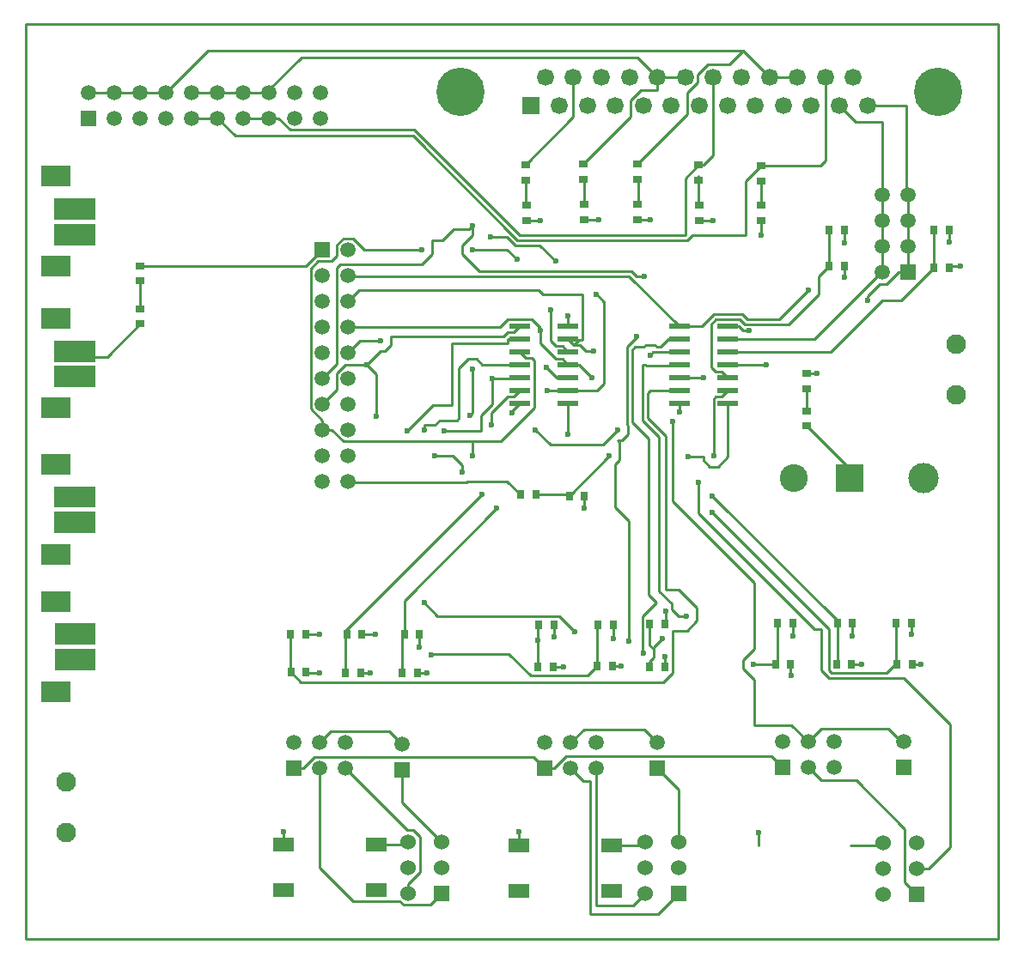
<source format=gtl>
G04*
G04 #@! TF.GenerationSoftware,Altium Limited,Altium Designer,18.1.9 (240)*
G04*
G04 Layer_Physical_Order=1*
G04 Layer_Color=255*
%FSLAX44Y44*%
%MOMM*%
G71*
G01*
G75*
%ADD14C,0.2540*%
%ADD20R,0.9000X0.7000*%
%ADD21R,1.6000X0.8000*%
%ADD22R,3.0000X2.1000*%
%ADD23R,0.7000X0.9000*%
%ADD24R,2.0574X0.6096*%
%ADD25R,2.1000X1.4000*%
%ADD41C,3.0000*%
%ADD42C,2.7500*%
%ADD43R,2.7500X2.7500*%
%ADD44C,1.6900*%
%ADD45R,1.6900X1.6900*%
%ADD46C,4.7600*%
%ADD47R,1.5000X1.5000*%
%ADD48C,1.5000*%
%ADD49C,1.5240*%
%ADD50R,1.5240X1.5240*%
%ADD51R,1.5000X1.5000*%
%ADD52C,1.9500*%
%ADD53C,0.6000*%
G36*
X69000Y265000D02*
X28629D01*
Y286000D01*
X69000D01*
Y265000D01*
D02*
G37*
G36*
Y290000D02*
X28629D01*
Y311000D01*
X69000D01*
Y290000D01*
D02*
G37*
G36*
X68492Y400382D02*
X28121D01*
Y421382D01*
X68492D01*
Y400382D01*
D02*
G37*
G36*
Y425382D02*
X28121D01*
Y446382D01*
X68492D01*
Y425382D01*
D02*
G37*
G36*
Y544146D02*
X28121D01*
Y565146D01*
X68492D01*
Y544146D01*
D02*
G37*
G36*
Y569146D02*
X28121D01*
Y590146D01*
X68492D01*
Y569146D01*
D02*
G37*
G36*
Y684232D02*
X28121D01*
Y705232D01*
X68492D01*
Y684232D01*
D02*
G37*
G36*
Y709232D02*
X28121D01*
Y730232D01*
X68492D01*
Y709232D01*
D02*
G37*
D14*
X812546Y453136D02*
Y463314D01*
X770000Y505860D02*
X812546Y463314D01*
X770000Y541146D02*
X770890Y542036D01*
X770000Y520860D02*
Y541146D01*
X677903Y476227D02*
Y532526D01*
Y476097D02*
Y476227D01*
X717000Y270500D02*
X739000D01*
X676910Y437090D02*
X800000Y314000D01*
X676262Y420738D02*
X791690Y305310D01*
X676280Y421000D02*
X676402Y420878D01*
X663000Y419632D02*
Y450282D01*
X652522Y476000D02*
X667743D01*
X643322Y318000D02*
X651000D01*
Y318006D01*
X651248Y318000D02*
X651256Y318008D01*
X608618Y281642D02*
Y281652D01*
X535695Y437000D02*
X574792Y476097D01*
X574548Y476250D02*
X574701Y476097D01*
X504500Y293878D02*
Y309000D01*
Y293878D02*
X504698Y294076D01*
X911444Y663194D02*
X921258D01*
X910000Y661750D02*
X911444Y663194D01*
X624320Y342996D02*
X636476Y330840D01*
Y324846D02*
Y330840D01*
Y324846D02*
X643322Y318000D01*
X630682Y311432D02*
Y322834D01*
X630000Y310750D02*
X630682Y311432D01*
X706882Y599948D02*
X712978D01*
X702730Y604100D02*
X706882Y599948D01*
X692000Y591400D02*
X777032D01*
X843032Y657400D01*
X562744Y635547D02*
X570160Y628131D01*
X630924Y344424D02*
X643760D01*
X630500Y344000D02*
X630924Y344424D01*
X643760Y344240D02*
Y344424D01*
Y344240D02*
X661160Y326840D01*
X607690Y282570D02*
Y318201D01*
X584952Y471889D02*
Y490262D01*
X580672Y467609D02*
X584952Y471889D01*
X583374Y491840D02*
X584952Y490262D01*
X504500Y268525D02*
Y293878D01*
X276768Y262382D02*
X289806D01*
X276400Y262750D02*
X276768Y262382D01*
X550695Y425173D02*
Y437000D01*
X630000Y268000D02*
Y278718D01*
X578000Y268868D02*
X586876D01*
X520025Y268000D02*
X530068D01*
X388150Y287998D02*
Y300000D01*
X331400Y300000D02*
X344678D01*
X275900Y300000D02*
X289806D01*
X386110Y262000D02*
X395096D01*
X330030Y262000D02*
X339980D01*
X254197Y93000D02*
Y105353D01*
X486300Y92500D02*
Y105554D01*
X722044Y92500D02*
Y105145D01*
X873500Y271000D02*
X882378D01*
X814000Y270500D02*
X823732D01*
X754000Y260222D02*
X754126Y260096D01*
X754000Y260222D02*
Y270500D01*
X872980Y299992D02*
Y311000D01*
X814832Y298958D02*
X815000Y299126D01*
Y311000D01*
X756000Y298862D02*
Y311000D01*
X579000Y296418D02*
Y310000D01*
X520500Y297996D02*
Y310000D01*
X692000Y604100D02*
X702730D01*
X534701D02*
Y614203D01*
X493380Y708500D02*
X506890D01*
X550170Y709195D02*
X564455D01*
X602855Y709500D02*
X615774D01*
X664305Y708500D02*
X677258D01*
X724992Y694004D02*
Y708500D01*
X910000Y687242D02*
Y699303D01*
X806632Y686562D02*
Y699302D01*
Y652454D02*
Y663750D01*
X643994Y519280D02*
Y527900D01*
X770000Y557508D02*
X780034D01*
X479044Y518668D02*
Y520249D01*
X486695Y527900D01*
X59000Y574080D02*
X80498D01*
X693260Y862260D02*
X706970Y875970D01*
X672617Y862260D02*
X693260D01*
X662370Y852013D02*
X672617Y862260D01*
X662370Y844922D02*
Y852013D01*
X651655Y834207D02*
X662370Y844922D01*
X651655Y813177D02*
Y834207D01*
X602855Y764378D02*
X651655Y813177D01*
X622500Y836878D02*
Y850000D01*
X606634Y836878D02*
X622500D01*
X596435Y826678D02*
X606634Y836878D01*
X596435Y810813D02*
Y826678D01*
X550000Y764378D02*
X596435Y810813D01*
X539670Y810593D02*
Y850000D01*
X492455Y763378D02*
X539670Y810593D01*
X336307Y566000D02*
X345197Y557110D01*
Y515015D02*
Y557110D01*
X430000Y460000D02*
Y466961D01*
X440000Y476600D02*
Y490690D01*
X692154Y566154D02*
X730000D01*
X637500Y304000D02*
X651750D01*
X637500Y262112D02*
Y304000D01*
X618778Y287570D02*
X627250Y296042D01*
X525578Y318310D02*
X540900Y302988D01*
X440000Y518432D02*
X440000Y518432D01*
X319067Y449840D02*
X434209D01*
X317708Y451200D02*
X319067Y449840D01*
X435568Y451200D02*
X474495D01*
X434209Y449840D02*
X435568Y451200D01*
X427184Y513371D02*
Y563133D01*
X425048Y511235D02*
X427184Y513371D01*
X407815Y511235D02*
X425048D01*
X420000Y526409D02*
Y587524D01*
X401234Y526409D02*
X420000D01*
X437872Y516304D02*
X440000Y518432D01*
X448925Y516037D02*
X460000Y527112D01*
X448925Y501075D02*
Y516037D01*
X375900Y501075D02*
X401234Y526409D01*
X392650Y502000D02*
Y506915D01*
X313023Y490690D02*
X440000D01*
X440000Y518432D02*
Y561580D01*
X449948Y566000D02*
X486695D01*
X444208Y571740D02*
X449948Y566000D01*
X435791Y571740D02*
X444208D01*
X427184Y563133D02*
X435791Y571740D01*
X460000Y552800D02*
X486195D01*
X460000Y527112D02*
Y552800D01*
X459085Y506915D02*
Y519013D01*
X468208Y490690D02*
X501226Y523708D01*
X440000Y490690D02*
X468208D01*
X412024Y501075D02*
X448925D01*
X420521Y476440D02*
X430000Y466961D01*
X403495Y476440D02*
X420521D01*
X301713Y502000D02*
X313023Y490690D01*
X403495Y506915D02*
X407815Y511235D01*
X392650Y506915D02*
X403495D01*
X400000Y280000D02*
X401234Y281234D01*
X476171D01*
X848650Y262190D02*
X857980Y271520D01*
X568716Y487216D02*
X583500Y502000D01*
X502476D02*
X517260Y487216D01*
X534701Y497376D02*
Y527900D01*
X517260Y487216D02*
X568716D01*
X513001Y563896D02*
X523597Y553300D01*
X534701D01*
X513873Y540600D02*
X534701D01*
X501226Y523708D02*
Y570192D01*
X517249Y604314D02*
Y620000D01*
Y604314D02*
X517355Y604208D01*
Y590023D02*
Y604208D01*
Y590023D02*
X522836Y584542D01*
X528859D01*
X534701Y578700D01*
X328708Y640000D02*
X505668D01*
X317708Y629000D02*
X328708Y640000D01*
X505668D02*
X509990Y635678D01*
X562744Y540600D02*
X570160Y548016D01*
Y628131D01*
X534701Y566000D02*
X545245D01*
X557945Y553300D01*
X637250Y510000D02*
X637500Y509750D01*
Y431445D02*
Y509750D01*
Y431445D02*
X718000Y350945D01*
X607935Y511225D02*
Y565935D01*
Y511225D02*
X624080Y495080D01*
X597775Y509278D02*
X613920Y493133D01*
X593660Y497792D02*
Y506208D01*
X592695Y507173D02*
X593660Y506208D01*
X615600Y540600D02*
X643994D01*
X583374Y491840D02*
X587708D01*
X613015Y538015D02*
X615600Y540600D01*
X613015Y513329D02*
Y538015D01*
X624320Y342996D02*
Y494738D01*
X607690Y318201D02*
X621218Y331729D01*
X613920Y339027D02*
X621218Y331729D01*
X613920Y339027D02*
Y493133D01*
X718000Y285868D02*
Y350945D01*
X624080Y494978D02*
Y495080D01*
Y494978D02*
X624320Y494738D01*
X706840Y274708D02*
X718000Y285868D01*
X706840Y266292D02*
Y274708D01*
Y266292D02*
X718000Y255132D01*
Y211000D02*
Y255132D01*
X592695Y584207D02*
X602857Y594368D01*
X429840Y675592D02*
X447102Y658330D01*
X602028Y653250D02*
X610000D01*
X596948Y658330D02*
X602028Y653250D01*
X317708Y654400D02*
X318858Y653250D01*
X594844D02*
X643994Y604100D01*
X540543Y585558D02*
X545551Y590566D01*
X548798D02*
Y635678D01*
X509990D02*
X548798D01*
X506411Y684334D02*
X522255Y668490D01*
X484586Y689414D02*
X652104D01*
X486800Y694494D02*
X650000D01*
X447102Y658330D02*
X596948D01*
X318858Y653250D02*
X594844D01*
X458505Y692500D02*
X474316D01*
X381600Y792400D02*
X484586Y689414D01*
X383004Y798290D02*
X486800Y694494D01*
X482482Y684334D02*
X506411D01*
X474316Y692500D02*
X482482Y684334D01*
X206400Y792400D02*
X381600D01*
X260715Y798290D02*
X383004D01*
X429840Y675592D02*
Y684008D01*
X440000Y694168D01*
Y703000D01*
X618508Y578700D02*
X643994D01*
X615600Y575792D02*
X618508Y578700D01*
X611392Y585952D02*
X619808D01*
X621980Y583780D01*
X611392Y565632D02*
X643626D01*
X611023Y566000D02*
X611392Y565632D01*
X608000Y566000D02*
X611023D01*
X607935Y565935D02*
X608000Y566000D01*
X609220Y583780D02*
X611392Y585952D01*
X643626Y565632D02*
X643994Y566000D01*
X600751Y583780D02*
X609220D01*
X621980D02*
X625780D01*
X602025Y594368D02*
X602857D01*
X592695Y507173D02*
Y584207D01*
X587708Y491840D02*
X593660Y497792D01*
X597775Y509278D02*
Y580804D01*
X580672Y425959D02*
Y467609D01*
Y425959D02*
X594750Y411882D01*
Y294000D02*
Y411882D01*
X440000Y490690D02*
X440000Y490690D01*
X553821Y259690D02*
X563000Y268868D01*
X497715Y259690D02*
X553821D01*
X618778Y285850D02*
Y287570D01*
X476171Y281234D02*
X497715Y259690D01*
X406069Y318310D02*
X525578D01*
X392650Y331729D02*
X406069Y318310D01*
X360000Y594368D02*
X470940D01*
X475156Y587524D02*
Y591400D01*
X420000Y587524D02*
X475156D01*
Y591400D02*
X486695D01*
X373150Y333622D02*
X464000Y424472D01*
X373150Y300000D02*
Y333622D01*
X533015Y179910D02*
X735090D01*
X521105Y168000D02*
X533015Y179910D01*
X735090D02*
X746000Y169000D01*
X511700Y168000D02*
X521105D01*
X500390Y179310D02*
X511700Y168000D01*
X284615Y179310D02*
X500390D01*
X273305Y168000D02*
X284615Y179310D01*
X263900Y168000D02*
X273305D01*
X315030Y262000D02*
Y303433D01*
X480853Y534758D02*
X486695Y540600D01*
X474830Y534758D02*
X480853D01*
X459085Y519013D02*
X474830Y534758D01*
X470940Y594368D02*
X474830Y598258D01*
X480853D01*
X449598Y438000D02*
X450000D01*
X315030Y303433D02*
X449598Y438000D01*
X474495Y451200D02*
X487695Y438000D01*
X609800Y206700D02*
X622500Y194000D01*
X550600Y206700D02*
X609800D01*
X537300Y193400D02*
X550600Y206700D01*
X537100Y193400D02*
X537300D01*
X261400Y262750D02*
X271140Y253010D01*
X628398D01*
X637500Y262112D01*
X651750Y304000D02*
X660684Y312934D01*
Y313316D01*
X661160Y313792D01*
Y326840D01*
X371110Y262000D02*
Y297960D01*
X373150Y300000D01*
X260900Y263250D02*
X261400Y262750D01*
X260900Y263250D02*
Y300000D01*
X358240Y204710D02*
X371300Y191650D01*
X300610Y204710D02*
X358240D01*
X289300Y193400D02*
X300610Y204710D01*
X371300Y134600D02*
X410000Y95900D01*
X371300Y134600D02*
Y166250D01*
X314700Y168000D02*
X315040D01*
X375710Y107330D01*
X381715D01*
X388410Y100634D01*
Y65766D02*
Y100634D01*
X376980Y54336D02*
X388410Y65766D01*
X376980Y45100D02*
Y54336D01*
X398570Y33670D02*
X410000Y45100D01*
X372245Y33670D02*
X398570D01*
X368726Y37190D02*
X372245Y33670D01*
X322507Y37190D02*
X368726D01*
X289300Y70397D02*
X322507Y37190D01*
X289300Y70397D02*
Y168000D01*
X345197Y93000D02*
X374080D01*
X376980Y95900D01*
X643994Y553300D02*
X668124D01*
X317708Y603600D02*
X467472D01*
X480853Y598258D02*
X486695Y604100D01*
X360000Y594368D02*
X360160Y594208D01*
Y585792D02*
Y594208D01*
X354208Y579840D02*
X360160Y585792D01*
X350148Y579840D02*
X354208D01*
X336307Y566000D02*
X350148Y579840D01*
X314913Y566000D02*
X336307D01*
X306398Y557485D02*
X314913Y566000D01*
X306398Y541490D02*
Y557485D01*
X292308Y527400D02*
X306398Y541490D01*
X467472Y603600D02*
X474830Y610958D01*
X306398Y566890D02*
Y662299D01*
X292308Y552800D02*
X306398Y566890D01*
X280998Y522715D02*
Y661306D01*
Y522715D02*
X292308Y511405D01*
X280998Y661306D02*
X288182Y668490D01*
X309808Y665710D02*
X390278D01*
X400160Y675592D01*
X411098Y689105D02*
X422154Y700160D01*
X400160Y689105D02*
X411098D01*
X422154Y700160D02*
X437160D01*
X534701Y540600D02*
X562744D01*
X437160Y700160D02*
X440000Y703000D01*
X400160Y675592D02*
Y689105D01*
X306398Y662299D02*
X309808Y665710D01*
X322792Y691110D02*
X334102Y679800D01*
X313023Y691110D02*
X322792D01*
X306398Y673502D02*
Y684485D01*
X301386Y668490D02*
X306398Y673502D01*
X288182Y668490D02*
X301386D01*
X306398Y684485D02*
X313023Y691110D01*
X474200Y679800D02*
X484000Y670000D01*
X440000Y679800D02*
X474200D01*
X486195Y552800D02*
X486695Y553300D01*
X334102Y679800D02*
X390000D01*
X498560Y572858D02*
X501226Y570192D01*
X486695Y578700D02*
X492537Y572858D01*
X498560D01*
X292308Y502000D02*
X301713D01*
X329507Y590000D02*
X350000D01*
X317708Y578200D02*
X329507Y590000D01*
X507195Y600000D02*
Y602323D01*
X498560Y610958D02*
X507195Y602323D01*
X474830Y610958D02*
X498560D01*
X545551Y590566D02*
X548798D01*
X507195Y587483D02*
Y600000D01*
X292308Y502000D02*
Y511405D01*
X534701Y591400D02*
X540543Y585558D01*
X546566D01*
X552124Y580000D01*
X560000D01*
X528859Y571842D02*
X534701Y566000D01*
X522836Y571842D02*
X528859D01*
X507195Y587483D02*
X522836Y571842D01*
X171092Y664000D02*
X171092Y664000D01*
X113000Y664000D02*
X171092D01*
X276507Y664000D02*
X292308Y679800D01*
X171092Y664000D02*
X276507D01*
X844368Y630000D02*
X863250D01*
X793068Y578700D02*
X844368Y630000D01*
X692000Y578700D02*
X793068D01*
X692000Y566000D02*
X692154Y566154D01*
X830000Y630000D02*
Y634310D01*
X843032Y657400D02*
X844000D01*
X830000Y634310D02*
X841780Y646090D01*
X781560Y653679D02*
X791632Y663750D01*
X781560Y635792D02*
Y653679D01*
X751646Y605878D02*
X781560Y635792D01*
X708945Y605878D02*
X751646D01*
X703865Y610958D02*
X708945Y605878D01*
X680135Y610958D02*
X703865D01*
X675381Y606204D02*
X680135Y610958D01*
X675381Y563896D02*
Y606204D01*
X666093Y604100D02*
X678031Y616038D01*
X643994Y604100D02*
X666093D01*
X711049Y610958D02*
X742358D01*
X705969Y616038D02*
X711049Y610958D01*
X678031Y616038D02*
X705969D01*
X675381Y563896D02*
X680135Y559142D01*
X686158D01*
X692000Y553300D01*
X848685Y646090D02*
X859995Y657400D01*
X869400D01*
X841780Y646090D02*
X848685D01*
X863250Y630000D02*
X895000Y661750D01*
X742358Y610958D02*
X771400Y640000D01*
X652104Y689414D02*
X657184Y694494D01*
X710000D01*
Y747385D01*
X189200Y809600D02*
X206400Y792400D01*
X163800Y809600D02*
X189200D01*
X710000Y747385D02*
X724992Y762377D01*
X650000Y694494D02*
Y750378D01*
X663000Y763378D01*
X724992Y762377D02*
X782882D01*
X788160Y767656D01*
Y850000D01*
X663000Y763378D02*
X668500D01*
X677720Y772598D01*
Y850000D01*
X240000Y837979D02*
X271664Y869643D01*
X240000Y835000D02*
Y837979D01*
X271664Y869643D02*
X602857D01*
X163800Y835000D02*
X189200D01*
X214600D01*
X240000D01*
X602857Y869643D02*
X622500Y850000D01*
X650110D01*
X179370Y875970D02*
X706970D01*
X138400Y835000D02*
X179370Y875970D01*
X706970D02*
X732940Y850000D01*
X240000Y809600D02*
X249405D01*
X260715Y798290D01*
X214600Y809600D02*
X240000D01*
X113000Y835000D02*
X138400D01*
X87600D02*
X113000D01*
X62200D02*
X87600D01*
X80498Y574080D02*
X112998Y606580D01*
Y648998D02*
X113000Y649000D01*
X112998Y621580D02*
Y648998D01*
X732940Y850000D02*
X760550D01*
X791632Y663750D02*
Y699302D01*
X895000Y661750D02*
Y699303D01*
X869400Y657400D02*
Y682800D01*
Y708200D01*
Y733600D01*
X844000Y657400D02*
Y682800D01*
Y708200D01*
Y733600D01*
X844455Y734055D01*
Y805800D01*
X817765D02*
X844455D01*
X801965Y821600D02*
X817765Y805800D01*
X867800Y735200D02*
X869400Y733600D01*
X867800Y735200D02*
Y821600D01*
X829575D02*
X867800D01*
X550170Y724449D02*
Y749300D01*
X563000Y268868D02*
Y309000D01*
X603363Y725262D02*
Y748030D01*
X724992Y723500D02*
Y747377D01*
X818450Y156300D02*
X866417Y108333D01*
Y55530D02*
Y108333D01*
X877847Y69500D02*
X890010D01*
X866417Y55530D02*
X877847Y44100D01*
X842427Y92500D02*
X844827Y94900D01*
X813044Y92500D02*
X842427D01*
X623608Y24448D02*
X643760Y44600D01*
X556422Y24448D02*
X623608D01*
X556422D02*
Y155300D01*
X549800D02*
X556422D01*
X537100Y168000D02*
X549800Y155300D01*
X599035Y32894D02*
X610740Y44600D01*
X562355Y32894D02*
X599035D01*
X562355D02*
Y167855D01*
X562500Y168000D01*
X643760Y95400D02*
Y147340D01*
X622500Y168600D02*
X643760Y147340D01*
X576665Y92500D02*
X607840D01*
X610740Y95400D01*
X771400Y169000D02*
X784100Y156300D01*
X818450D01*
X890010Y69500D02*
X911000Y90490D01*
Y211401D01*
X865290Y257110D02*
X911000Y211401D01*
X791818Y257110D02*
X865290D01*
X784506Y264422D02*
X791818Y257110D01*
X784506Y264422D02*
Y305310D01*
X777322D02*
X784506D01*
X663000Y419632D02*
X777322Y305310D01*
X663000Y724805D02*
Y752195D01*
Y724805D02*
X664305Y723500D01*
X504500Y309000D02*
X505500Y310000D01*
X504500Y268525D02*
X505025Y268000D01*
X754800Y211000D02*
X771400Y194400D01*
X718000Y211000D02*
X754800D01*
X793922Y262190D02*
X848650D01*
X791690Y264422D02*
X793922Y262190D01*
X791690Y264422D02*
Y305310D01*
X630500Y344000D02*
Y495844D01*
X613015Y513329D02*
X630500Y495844D01*
X800000Y311000D02*
Y314000D01*
X739000Y270500D02*
X741000Y272500D01*
X618778Y277434D02*
Y285850D01*
X615000Y273656D02*
X618778Y277434D01*
X615000Y268000D02*
Y273656D01*
Y289628D02*
Y310750D01*
Y289628D02*
X618778Y285850D01*
X597775Y580804D02*
X600751Y583780D01*
X625780D02*
X633400Y591400D01*
X643994D01*
X667743Y471889D02*
Y476000D01*
Y471889D02*
X673792Y465840D01*
X692000Y475632D02*
Y527900D01*
X682208Y465840D02*
X692000Y475632D01*
X673792Y465840D02*
X682208D01*
X677903Y476097D02*
X678000Y476000D01*
X686158Y534758D02*
X692000Y540600D01*
X680135Y534758D02*
X686158D01*
X677903Y532526D02*
X680135Y534758D01*
X850200Y207000D02*
X862800Y194400D01*
X784000Y207000D02*
X850200D01*
X771400Y194400D02*
X784000Y207000D01*
X862800Y194400D02*
X865000D01*
X741000Y272500D02*
Y311000D01*
X799000Y270500D02*
X800000Y271500D01*
Y311000D01*
X857980Y271520D02*
Y311000D01*
X534695Y438000D02*
X535695Y437000D01*
X502695Y438000D02*
X534695D01*
X492455Y724425D02*
X493380Y723500D01*
X492455Y724425D02*
Y748378D01*
X0Y0D02*
Y902292D01*
X958596D01*
X958596Y0D01*
X0D02*
X958596D01*
D20*
X770000Y542508D02*
D03*
Y557508D02*
D03*
X113000Y649000D02*
D03*
Y664000D02*
D03*
X770000Y520860D02*
D03*
Y505860D02*
D03*
X112998Y621580D02*
D03*
Y606580D02*
D03*
X724992Y708500D02*
D03*
Y723500D02*
D03*
Y762377D02*
D03*
Y747377D02*
D03*
X602855Y764378D02*
D03*
Y749378D02*
D03*
X663000Y763378D02*
D03*
Y748378D02*
D03*
X550000Y764378D02*
D03*
Y749378D02*
D03*
X492455Y763378D02*
D03*
Y748378D02*
D03*
X602855Y709500D02*
D03*
Y724500D02*
D03*
X664305Y708500D02*
D03*
Y723500D02*
D03*
X550170Y709195D02*
D03*
Y724195D02*
D03*
X493380Y708500D02*
D03*
Y723500D02*
D03*
D21*
X59000Y701950D02*
D03*
Y689450D02*
D03*
Y714450D02*
D03*
Y726950D02*
D03*
Y586580D02*
D03*
Y574080D02*
D03*
Y549080D02*
D03*
Y561580D02*
D03*
Y442500D02*
D03*
Y430000D02*
D03*
Y405000D02*
D03*
Y417500D02*
D03*
Y306642D02*
D03*
Y294142D02*
D03*
Y269142D02*
D03*
Y281642D02*
D03*
D22*
X30000Y752450D02*
D03*
Y663950D02*
D03*
Y523580D02*
D03*
Y612080D02*
D03*
Y379500D02*
D03*
Y468000D02*
D03*
Y243642D02*
D03*
Y332142D02*
D03*
D23*
X316400Y300000D02*
D03*
X331400D02*
D03*
X315030Y262000D02*
D03*
X330030D02*
D03*
X564000Y310000D02*
D03*
X579000D02*
D03*
X505500Y310000D02*
D03*
X520500D02*
D03*
X371110Y262000D02*
D03*
X386110D02*
D03*
X741000Y311000D02*
D03*
X756000D02*
D03*
X563000Y268868D02*
D03*
X578000D02*
D03*
X276400Y262750D02*
D03*
X261400D02*
D03*
X487695Y438000D02*
D03*
X502695D02*
D03*
X873500Y271000D02*
D03*
X858500D02*
D03*
X520025Y268000D02*
D03*
X505025D02*
D03*
X806632Y663750D02*
D03*
X791632D02*
D03*
X814000Y270500D02*
D03*
X799000D02*
D03*
X754000Y270500D02*
D03*
X739000D02*
D03*
X910000Y661750D02*
D03*
X895000D02*
D03*
X630000Y268000D02*
D03*
X615000D02*
D03*
X388150Y300000D02*
D03*
X373150D02*
D03*
X872980Y311000D02*
D03*
X857980D02*
D03*
X815000D02*
D03*
X800000D02*
D03*
X630000Y310750D02*
D03*
X615000D02*
D03*
X275900Y300000D02*
D03*
X260900D02*
D03*
X550695Y437000D02*
D03*
X535695D02*
D03*
X806632Y699302D02*
D03*
X791632D02*
D03*
X910000Y699303D02*
D03*
X895000D02*
D03*
D24*
X486695Y604100D02*
D03*
Y591400D02*
D03*
Y578700D02*
D03*
Y566000D02*
D03*
Y553300D02*
D03*
Y540600D02*
D03*
Y527900D02*
D03*
X534701D02*
D03*
Y540600D02*
D03*
Y553300D02*
D03*
Y566000D02*
D03*
Y578700D02*
D03*
Y591400D02*
D03*
Y604100D02*
D03*
X643994D02*
D03*
Y591400D02*
D03*
Y578700D02*
D03*
Y566000D02*
D03*
Y553300D02*
D03*
Y540600D02*
D03*
Y527900D02*
D03*
X692000D02*
D03*
Y540600D02*
D03*
Y553300D02*
D03*
Y566000D02*
D03*
Y578700D02*
D03*
Y591400D02*
D03*
Y604100D02*
D03*
D25*
X345197Y48000D02*
D03*
Y93000D02*
D03*
X254197Y48000D02*
D03*
Y93000D02*
D03*
X577300Y47500D02*
D03*
Y92500D02*
D03*
X486300Y47500D02*
D03*
Y92500D02*
D03*
D41*
X884778Y454502D02*
D03*
D42*
X756778D02*
D03*
D43*
X811778D02*
D03*
D44*
X829575Y821600D02*
D03*
X815770Y850000D02*
D03*
X801965Y821600D02*
D03*
X788160Y850000D02*
D03*
X774355Y821600D02*
D03*
X760550Y850000D02*
D03*
X746745Y821600D02*
D03*
X732940Y850000D02*
D03*
X719135Y821600D02*
D03*
X705330Y850000D02*
D03*
X691525Y821600D02*
D03*
X677720Y850000D02*
D03*
X663915Y821600D02*
D03*
X650110Y850000D02*
D03*
X636305Y821600D02*
D03*
X622500Y850000D02*
D03*
X608695Y821600D02*
D03*
X594890Y850000D02*
D03*
X581085Y821600D02*
D03*
X567280Y850000D02*
D03*
X553475Y821600D02*
D03*
X539670Y850000D02*
D03*
X525865Y821600D02*
D03*
X512060Y850000D02*
D03*
D45*
X498255Y821600D02*
D03*
D46*
X428655Y835800D02*
D03*
X899175D02*
D03*
D47*
X292308Y679800D02*
D03*
X371300Y166250D02*
D03*
X622500Y168600D02*
D03*
X869400Y657400D02*
D03*
X865000Y169000D02*
D03*
D48*
X292308Y654400D02*
D03*
Y629000D02*
D03*
Y603600D02*
D03*
Y578200D02*
D03*
Y552800D02*
D03*
Y527400D02*
D03*
Y502000D02*
D03*
Y476600D02*
D03*
Y451200D02*
D03*
X317708Y679800D02*
D03*
Y654400D02*
D03*
Y629000D02*
D03*
Y603600D02*
D03*
Y578200D02*
D03*
Y552800D02*
D03*
Y527400D02*
D03*
Y502000D02*
D03*
Y476600D02*
D03*
Y451200D02*
D03*
X371300Y191650D02*
D03*
X796800Y194400D02*
D03*
Y169000D02*
D03*
X771400Y194400D02*
D03*
Y169000D02*
D03*
X746000Y194400D02*
D03*
X290800Y835000D02*
D03*
X265400D02*
D03*
X240000D02*
D03*
X214600D02*
D03*
X189200D02*
D03*
X163800D02*
D03*
X138400D02*
D03*
X113000D02*
D03*
X87600D02*
D03*
X62200D02*
D03*
X290800Y809600D02*
D03*
X265400D02*
D03*
X240000D02*
D03*
X214600D02*
D03*
X189200D02*
D03*
X163800D02*
D03*
X138400D02*
D03*
X113000D02*
D03*
X87600D02*
D03*
X263900Y193400D02*
D03*
X289300Y168000D02*
D03*
Y193400D02*
D03*
X314700Y168000D02*
D03*
Y193400D02*
D03*
X511700D02*
D03*
X537100Y168000D02*
D03*
Y193400D02*
D03*
X562500Y168000D02*
D03*
Y193400D02*
D03*
X622500Y194000D02*
D03*
X869400Y682800D02*
D03*
Y708200D02*
D03*
Y733600D02*
D03*
X844000Y657400D02*
D03*
Y682800D02*
D03*
Y708200D02*
D03*
Y733600D02*
D03*
X865000Y194400D02*
D03*
D49*
X610740Y95400D02*
D03*
Y70000D02*
D03*
Y44600D02*
D03*
X643760Y95400D02*
D03*
Y70000D02*
D03*
X376980Y95900D02*
D03*
Y70500D02*
D03*
Y45100D02*
D03*
X410000Y95900D02*
D03*
Y70500D02*
D03*
X877847Y69500D02*
D03*
Y94900D02*
D03*
X844827Y44100D02*
D03*
Y69500D02*
D03*
Y94900D02*
D03*
D50*
X643760Y44600D02*
D03*
X410000Y45100D02*
D03*
X877847Y44100D02*
D03*
D51*
X746000Y169000D02*
D03*
X62200Y809600D02*
D03*
X263900Y168000D02*
D03*
X511700D02*
D03*
D52*
X40000Y105000D02*
D03*
Y155000D02*
D03*
X917250Y586580D02*
D03*
Y536580D02*
D03*
D53*
X677903Y476227D02*
D03*
X717000Y270722D02*
D03*
X676910Y437090D02*
D03*
X676280Y421000D02*
D03*
X663000Y450282D02*
D03*
X652522Y476000D02*
D03*
X651000Y318006D02*
D03*
X608618Y281652D02*
D03*
X574701Y476097D02*
D03*
X504698Y294076D02*
D03*
X921258Y663194D02*
D03*
X630682Y322834D02*
D03*
X712978Y599948D02*
D03*
X289806Y262382D02*
D03*
X550695Y425173D02*
D03*
X630000Y278718D02*
D03*
X586876Y268868D02*
D03*
X530068Y268000D02*
D03*
X388150Y287998D02*
D03*
X344678Y300000D02*
D03*
X289806Y300000D02*
D03*
X395096Y262000D02*
D03*
X339980Y262000D02*
D03*
X254197Y105353D02*
D03*
X486300Y105554D02*
D03*
X722044Y105145D02*
D03*
X882378Y271000D02*
D03*
X823732Y270500D02*
D03*
X754126Y260096D02*
D03*
X872980Y299992D02*
D03*
X814832Y298958D02*
D03*
X756000Y298862D02*
D03*
X579000Y296418D02*
D03*
X520500Y297996D02*
D03*
X534701Y614203D02*
D03*
X506890Y708500D02*
D03*
X564455Y709195D02*
D03*
X615774Y709500D02*
D03*
X677258Y708500D02*
D03*
X724992Y694004D02*
D03*
X910000Y687242D02*
D03*
X806632Y686562D02*
D03*
Y652454D02*
D03*
X643994Y519280D02*
D03*
X780034Y557508D02*
D03*
X479044Y518668D02*
D03*
X40132Y405384D02*
D03*
Y414274D02*
D03*
X40894Y430022D02*
D03*
Y439674D02*
D03*
X41910Y550533D02*
D03*
Y559054D02*
D03*
X40132Y689864D02*
D03*
Y700278D02*
D03*
X40894Y574040D02*
D03*
Y583692D02*
D03*
X39624Y715264D02*
D03*
Y723900D02*
D03*
X39370Y270500D02*
D03*
X39624Y279908D02*
D03*
X39878Y296042D02*
D03*
Y305500D02*
D03*
X345197Y515015D02*
D03*
X430000Y460000D02*
D03*
X440000Y476600D02*
D03*
X730000Y566154D02*
D03*
X627250Y296042D02*
D03*
X540900Y302988D02*
D03*
X437872Y516304D02*
D03*
X375900Y501075D02*
D03*
X392650Y502000D02*
D03*
X440000Y561580D02*
D03*
X460000Y552800D02*
D03*
X459085Y506915D02*
D03*
X412024Y501075D02*
D03*
X403495Y476440D02*
D03*
X400000Y280000D02*
D03*
X534701Y497376D02*
D03*
X513001Y563896D02*
D03*
X513873Y540600D02*
D03*
X517249Y620000D02*
D03*
X557945Y553300D02*
D03*
X637250Y510000D02*
D03*
X583500Y502000D02*
D03*
X522255Y668490D02*
D03*
X610000Y653250D02*
D03*
X458505Y692500D02*
D03*
X615600Y575792D02*
D03*
X602025Y594368D02*
D03*
X594750Y294000D02*
D03*
X392650Y331729D02*
D03*
X464000Y424472D02*
D03*
X450000Y438000D02*
D03*
X502476Y502000D02*
D03*
X668124Y553300D02*
D03*
X336307Y566000D02*
D03*
X562613Y635678D02*
D03*
X484000Y670000D02*
D03*
X440000Y679800D02*
D03*
X390000D02*
D03*
X350000Y590000D02*
D03*
X507195Y600000D02*
D03*
X560000Y580000D02*
D03*
X440000Y703000D02*
D03*
X830000Y630000D02*
D03*
X771400Y640000D02*
D03*
M02*

</source>
